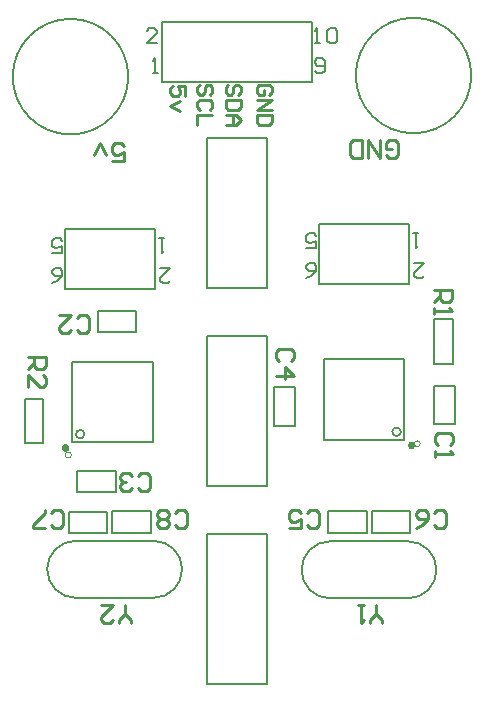
<source format=gto>
G04*
G04 #@! TF.GenerationSoftware,Altium Limited,Altium Designer,19.1.5 (86)*
G04*
G04 Layer_Color=65535*
%FSLAX25Y25*%
%MOIN*%
G70*
G01*
G75*
%ADD10C,0.00600*%
%ADD11C,0.00000*%
%ADD12C,0.01000*%
%ADD13C,0.00787*%
%ADD14C,0.00800*%
D10*
X37110Y447842D02*
G03*
X37110Y447842I-1414J0D01*
G01*
X142569Y448629D02*
G03*
X142569Y448629I-1414J0D01*
G01*
X33110Y472028D02*
X59882D01*
Y445256D02*
Y472028D01*
X33110Y445256D02*
X59882D01*
X33110D02*
Y472028D01*
X116969Y446043D02*
Y472815D01*
X143740D01*
Y446043D02*
Y472815D01*
X116969Y446043D02*
X143740D01*
X17144Y459744D02*
X23443D01*
X17144Y444783D02*
Y459744D01*
Y444783D02*
X23443D01*
Y459744D01*
X153779Y486285D02*
X160079D01*
X153779Y471324D02*
Y486285D01*
Y471324D02*
X160079D01*
Y486285D01*
D11*
X32732Y440925D02*
G03*
X32732Y440925I-1000J0D01*
G01*
X149071Y444665D02*
G03*
X149071Y444665I-1000J0D01*
G01*
D12*
X146930Y444095D02*
G03*
X146930Y444095I-769J0D01*
G01*
X31654Y443209D02*
G03*
X31654Y443209I-847J0D01*
G01*
X98654Y561038D02*
X99487Y561871D01*
Y563537D01*
X98654Y564370D01*
X95321D01*
X94488Y563537D01*
Y561871D01*
X95321Y561038D01*
X96987D01*
Y562704D01*
X94488Y559372D02*
X99487D01*
X94488Y556039D01*
X99487D01*
Y554373D02*
X94488D01*
Y551874D01*
X95321Y551041D01*
X98654D01*
X99487Y551874D01*
Y554373D01*
X88417Y561038D02*
X89250Y561871D01*
Y563537D01*
X88417Y564370D01*
X87584D01*
X86751Y563537D01*
Y561871D01*
X85918Y561038D01*
X85085D01*
X84252Y561871D01*
Y563537D01*
X85085Y564370D01*
X89250Y559372D02*
X84252D01*
Y556873D01*
X85085Y556039D01*
X88417D01*
X89250Y556873D01*
Y559372D01*
X84252Y554373D02*
X87584D01*
X89250Y552707D01*
X87584Y551041D01*
X84252D01*
X86751D01*
Y554373D01*
X78969Y561038D02*
X79801Y561871D01*
Y563537D01*
X78969Y564370D01*
X78135D01*
X77302Y563537D01*
Y561871D01*
X76469Y561038D01*
X75636D01*
X74803Y561871D01*
Y563537D01*
X75636Y564370D01*
X78969Y556039D02*
X79801Y556873D01*
Y558539D01*
X78969Y559372D01*
X75636D01*
X74803Y558539D01*
Y556873D01*
X75636Y556039D01*
X79801Y554373D02*
X74803D01*
Y551041D01*
X70746Y560644D02*
Y563976D01*
X68247D01*
X69080Y562310D01*
Y561477D01*
X68247Y560644D01*
X66581D01*
X65748Y561477D01*
Y563143D01*
X66581Y563976D01*
X69080Y558978D02*
X65748Y557312D01*
X69080Y555646D01*
X137734Y540868D02*
X138733Y539868D01*
X140733D01*
X141732Y540868D01*
Y544867D01*
X140733Y545866D01*
X138733D01*
X137734Y544867D01*
Y542867D01*
X139733D01*
X135734Y545866D02*
Y539868D01*
X131736Y545866D01*
Y539868D01*
X129736D02*
Y545866D01*
X126737D01*
X125737Y544867D01*
Y540868D01*
X126737Y539868D01*
X129736D01*
X46395Y538982D02*
X50394D01*
Y541981D01*
X48394Y540982D01*
X47395D01*
X46395Y541981D01*
Y543981D01*
X47395Y544980D01*
X49394D01*
X50394Y543981D01*
X44396Y540982D02*
X42396Y544980D01*
X40397Y540982D01*
X52740Y385006D02*
Y386006D01*
X50741Y388005D01*
X48741Y386006D01*
Y385006D01*
X50741Y388005D02*
Y391004D01*
X42743D02*
X46742D01*
X42743Y387005D01*
Y386006D01*
X43743Y385006D01*
X45742D01*
X46742Y386006D01*
X136260Y384848D02*
Y385848D01*
X134260Y387847D01*
X132261Y385848D01*
Y384848D01*
X134260Y387847D02*
Y390846D01*
X130262D02*
X128262D01*
X129262D01*
Y384848D01*
X130262Y385848D01*
X153750Y495809D02*
X159748D01*
Y492810D01*
X158749Y491810D01*
X156749D01*
X155750Y492810D01*
Y495809D01*
Y493810D02*
X153750Y491810D01*
Y489811D02*
Y487812D01*
Y488811D01*
X159748D01*
X158749Y489811D01*
X18150Y473524D02*
X24148D01*
Y470525D01*
X23148Y469525D01*
X21149D01*
X20149Y470525D01*
Y473524D01*
Y471524D02*
X18150Y469525D01*
Y463527D02*
Y467526D01*
X22148Y463527D01*
X23148D01*
X24148Y464527D01*
Y466526D01*
X23148Y467526D01*
X67300Y417502D02*
X68300Y416502D01*
X70300D01*
X71299Y417502D01*
Y421500D01*
X70300Y422500D01*
X68300D01*
X67300Y421500D01*
X65301Y417502D02*
X64302Y416502D01*
X62302D01*
X61302Y417502D01*
Y418501D01*
X62302Y419501D01*
X61302Y420501D01*
Y421500D01*
X62302Y422500D01*
X64302D01*
X65301Y421500D01*
Y420501D01*
X64302Y419501D01*
X65301Y418501D01*
Y417502D01*
X64302Y419501D02*
X62302D01*
X25962Y417462D02*
X26962Y416463D01*
X28961D01*
X29961Y417462D01*
Y421461D01*
X28961Y422461D01*
X26962D01*
X25962Y421461D01*
X23963Y416463D02*
X19964D01*
Y417462D01*
X23963Y421461D01*
Y422461D01*
X153757Y417502D02*
X154757Y416502D01*
X156756D01*
X157756Y417502D01*
Y421500D01*
X156756Y422500D01*
X154757D01*
X153757Y421500D01*
X147759Y416502D02*
X149759Y417502D01*
X151758Y419501D01*
Y421500D01*
X150758Y422500D01*
X148759D01*
X147759Y421500D01*
Y420501D01*
X148759Y419501D01*
X151758D01*
X111277Y417541D02*
X112276Y416541D01*
X114276D01*
X115276Y417541D01*
Y421540D01*
X114276Y422539D01*
X112276D01*
X111277Y421540D01*
X105279Y416541D02*
X109277D01*
Y419540D01*
X107278Y418541D01*
X106279D01*
X105279Y419540D01*
Y421540D01*
X106279Y422539D01*
X108278D01*
X109277Y421540D01*
X105825Y472281D02*
X106825Y473280D01*
Y475280D01*
X105825Y476279D01*
X101826D01*
X100827Y475280D01*
Y473280D01*
X101826Y472281D01*
X100827Y467282D02*
X106825D01*
X103826Y470282D01*
Y466283D01*
X55056Y429844D02*
X56056Y428844D01*
X58055D01*
X59055Y429844D01*
Y433843D01*
X58055Y434842D01*
X56056D01*
X55056Y433843D01*
X53057Y429844D02*
X52057Y428844D01*
X50058D01*
X49058Y429844D01*
Y430844D01*
X50058Y431844D01*
X51058D01*
X50058D01*
X49058Y432843D01*
Y433843D01*
X50058Y434842D01*
X52057D01*
X53057Y433843D01*
X34505Y482502D02*
X35505Y481502D01*
X37504D01*
X38504Y482502D01*
Y486500D01*
X37504Y487500D01*
X35505D01*
X34505Y486500D01*
X28507Y487500D02*
X32506D01*
X28507Y483501D01*
Y482502D01*
X29507Y481502D01*
X31506D01*
X32506Y482502D01*
X158817Y444092D02*
X159817Y445091D01*
Y447091D01*
X158817Y448091D01*
X154819D01*
X153819Y447091D01*
Y445091D01*
X154819Y444092D01*
X153819Y442093D02*
Y440093D01*
Y441093D01*
X159817D01*
X158817Y442093D01*
D13*
X51730Y567028D02*
G03*
X51730Y567028I-19259J0D01*
G01*
X166074Y567421D02*
G03*
X166074Y567421I-19259J0D01*
G01*
X154480Y402658D02*
G03*
X144980Y412157I-9500J0D01*
G01*
X118980D02*
G03*
X109480Y402658I0J-9500D01*
G01*
D02*
G03*
X118980Y393158I9500J0D01*
G01*
X144980D02*
G03*
X154480Y402658I0J9500D01*
G01*
X69677Y402815D02*
G03*
X60177Y412315I-9500J0D01*
G01*
X34177D02*
G03*
X24677Y402815I0J-9500D01*
G01*
D02*
G03*
X34177Y393315I9500J0D01*
G01*
X60177D02*
G03*
X69677Y402815I0J9500D01*
G01*
X118980Y412157D02*
X144980D01*
X118980Y393158D02*
X144980D01*
X34177Y412315D02*
X60177D01*
X34177Y393315D02*
X60177D01*
X59347Y415059D02*
Y422106D01*
X46473D02*
X59347D01*
X46473Y415059D02*
Y422106D01*
Y415059D02*
X59347D01*
X31811Y415020D02*
Y422067D01*
Y415020D02*
X44685D01*
Y422067D01*
X31811D02*
X44685D01*
X145804Y415059D02*
Y422106D01*
X132930D02*
X145804D01*
X132930Y415059D02*
Y422106D01*
Y415059D02*
X145804D01*
X118268D02*
Y422106D01*
Y415059D02*
X131142D01*
Y422106D01*
X118268D02*
X131142D01*
X100160Y463445D02*
X107208D01*
X100160Y450571D02*
Y463445D01*
Y450571D02*
X107208D01*
Y463445D01*
X153501Y463957D02*
X160548D01*
X153501Y451083D02*
Y463957D01*
Y451083D02*
X160548D01*
Y463957D01*
X54370Y481988D02*
Y489035D01*
X41496D02*
X54370D01*
X41496Y481988D02*
Y489035D01*
Y481988D02*
X54370D01*
X47638Y428448D02*
Y435495D01*
X34764D02*
X47638D01*
X34764Y428448D02*
Y435495D01*
Y428448D02*
X47638D01*
X30709Y496083D02*
Y516083D01*
X60709Y496083D02*
Y516083D01*
X30709Y496083D02*
X60709D01*
X30709Y516083D02*
X60709D01*
X30709D02*
X49875D01*
X115354Y497894D02*
Y517894D01*
X145354Y497894D02*
Y517894D01*
X115354Y497894D02*
X145354D01*
X115354Y517894D02*
X145354D01*
X115354D02*
X134521D01*
X78110Y364551D02*
Y414551D01*
X98110Y364551D02*
Y414551D01*
X78110D02*
X98110D01*
X78110Y364551D02*
X98110D01*
X62894Y565177D02*
X112894D01*
X62894Y585177D02*
X112894D01*
X62894Y565177D02*
Y585177D01*
X112894Y565177D02*
Y585177D01*
X77953Y430650D02*
Y480650D01*
X97953Y430650D02*
Y480650D01*
X77953D02*
X97953D01*
X77953Y430650D02*
X97953D01*
X77953Y496748D02*
Y546748D01*
X97953Y496748D02*
Y546748D01*
X77953D02*
X97953D01*
X77953Y496748D02*
X97953D01*
D14*
X26376Y498084D02*
X28043Y498917D01*
X29709Y500584D01*
Y502250D01*
X28876Y503083D01*
X27209D01*
X26376Y502250D01*
Y501417D01*
X27209Y500584D01*
X29709D01*
X26376Y508084D02*
X29709D01*
Y510583D01*
X28043Y509750D01*
X27209D01*
X26376Y510583D01*
Y512250D01*
X27209Y513083D01*
X28876D01*
X29709Y512250D01*
X62376Y503083D02*
X65709D01*
X62376Y499750D01*
Y498917D01*
X63209Y498084D01*
X64876D01*
X65709Y498917D01*
X63709Y513083D02*
X62042D01*
X62876D01*
Y508084D01*
X63709Y508917D01*
X111022Y499895D02*
X112688Y500728D01*
X114354Y502394D01*
Y504061D01*
X113521Y504894D01*
X111855D01*
X111022Y504061D01*
Y503228D01*
X111855Y502394D01*
X114354D01*
X111022Y509895D02*
X114354D01*
Y512395D01*
X112688Y511561D01*
X111855D01*
X111022Y512395D01*
Y514061D01*
X111855Y514894D01*
X113521D01*
X114354Y514061D01*
X147022Y504894D02*
X150354D01*
X147022Y501561D01*
Y500728D01*
X147855Y499895D01*
X149521D01*
X150354Y500728D01*
X148354Y514894D02*
X146688D01*
X147521D01*
Y509895D01*
X148354Y510728D01*
X113894Y578177D02*
X115560D01*
X114727D01*
Y583176D01*
X113894Y582342D01*
X118059D02*
X118892Y583176D01*
X120558D01*
X121391Y582342D01*
Y579010D01*
X120558Y578177D01*
X118892D01*
X118059Y579010D01*
Y582342D01*
X113894Y569010D02*
X114727Y568177D01*
X116393D01*
X117226Y569010D01*
Y572342D01*
X116393Y573176D01*
X114727D01*
X113894Y572342D01*
Y571509D01*
X114727Y570676D01*
X117226D01*
X59894Y568177D02*
X61560D01*
X60727D01*
Y573176D01*
X59894Y572342D01*
X61226Y578177D02*
X57894D01*
X61226Y581509D01*
Y582342D01*
X60393Y583176D01*
X58727D01*
X57894Y582342D01*
M02*

</source>
